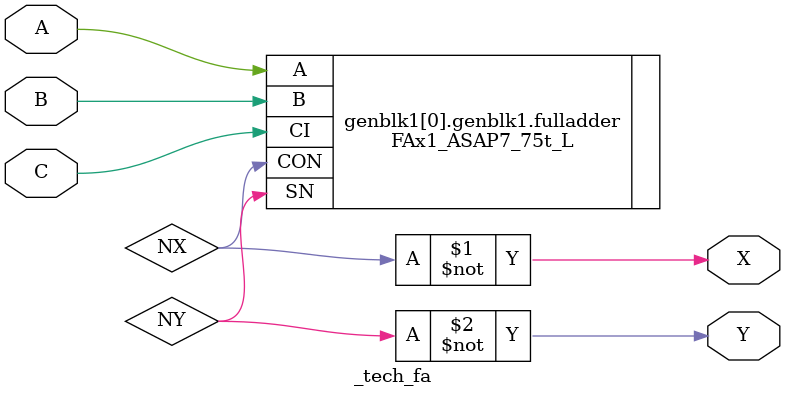
<source format=v>
(* techmap_celltype = "$fa" *)
module _tech_fa (A, B, C, X, Y);
  parameter WIDTH = 1;
  (* force_downto *)
    input [WIDTH-1 : 0] A, B, C;
  (* force_downto *)
    output [WIDTH-1 : 0] X, Y;

  wire [WIDTH-1 : 0] NX, NY;

  parameter _TECHMAP_CONSTVAL_A_ = WIDTH'bx;
  parameter _TECHMAP_CONSTVAL_B_ = WIDTH'bx;
  parameter _TECHMAP_CONSTVAL_C_ = WIDTH'bx;

  genvar i;
  generate for (i = 0; i < WIDTH; i = i + 1) begin
      if (_TECHMAP_CONSTVAL_A_[i] === 1'b0 || _TECHMAP_CONSTVAL_B_[i] === 1'b0 || _TECHMAP_CONSTVAL_C_[i] === 1'b0) begin
        if (_TECHMAP_CONSTVAL_C_[i] === 1'b0) begin
          HAxp5_ASAP7_75t_L halfadder_Cconst (
              .A(A[i]),
              .B(B[i]),
              .CON(NX[i]), .SN(NY[i])
            );
        end
        else begin
          if (_TECHMAP_CONSTVAL_B_[i] === 1'b0) begin
            HAxp5_ASAP7_75t_L halfadder_Bconst (
                .A(A[i]),
                .B(C[i]),
                .CON(NX[i]), .SN(NY[i])
              );
          end
          else begin
            HAxp5_ASAP7_75t_L halfadder_Aconst (
                .A(B[i]),
                .B(C[i]),
                .CON(NX[i]), .SN(NY[i])
              );
          end
        end
      end
      else begin
        FAx1_ASAP7_75t_L fulladder (
            .A(A[i]), .B(B[i]), .CI(C[i]), .CON(NX[i]), .SN(NY[i])
          );
      end

      assign X[i] = ~NX[i];
      assign Y[i] = ~NY[i];

    end endgenerate

endmodule

</source>
